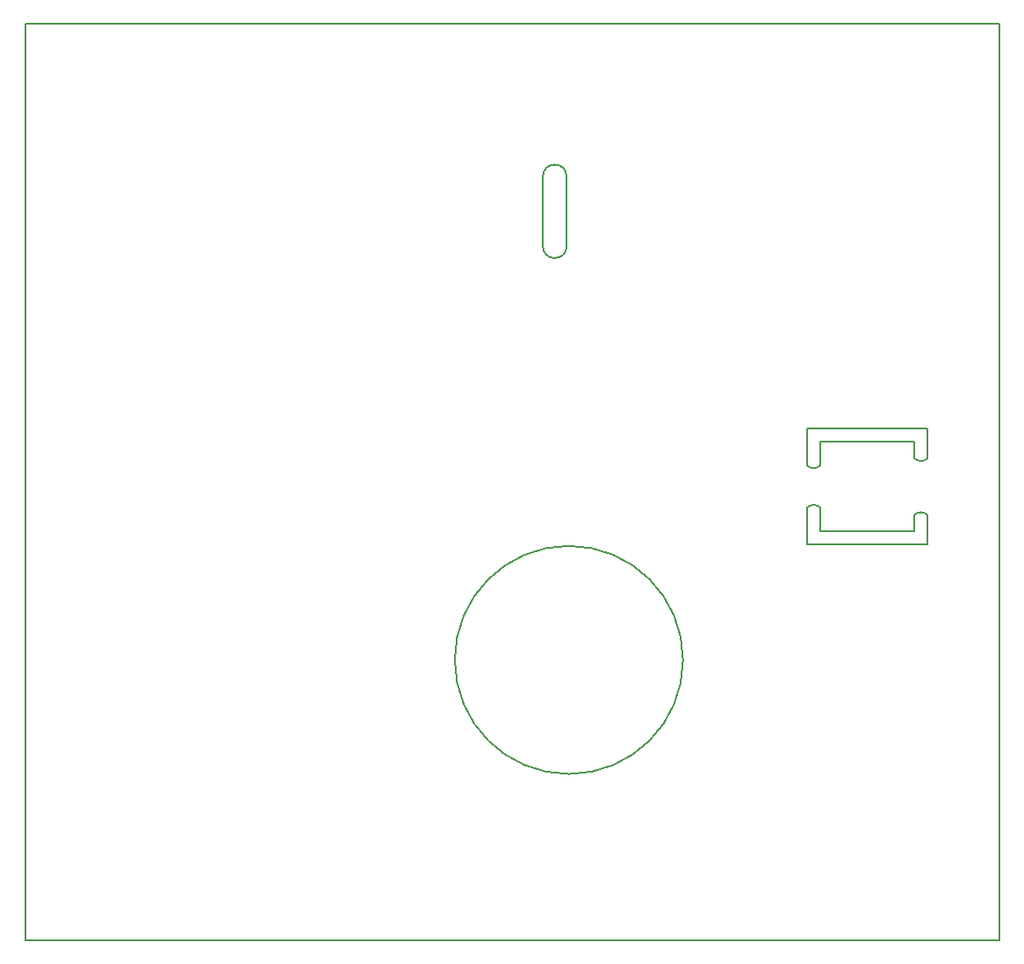
<source format=gm1>
G04 #@! TF.GenerationSoftware,KiCad,Pcbnew,5.1.4-3.fc30*
G04 #@! TF.CreationDate,2019-10-16T23:50:31+02:00*
G04 #@! TF.ProjectId,backplane,6261636b-706c-4616-9e65-2e6b69636164,v2.1-2*
G04 #@! TF.SameCoordinates,Original*
G04 #@! TF.FileFunction,Profile,NP*
%FSLAX46Y46*%
G04 Gerber Fmt 4.6, Leading zero omitted, Abs format (unit mm)*
G04 Created by KiCad (PCBNEW 5.1.4-3.fc30) date 2019-10-16 23:50:31*
%MOMM*%
%LPD*%
G04 APERTURE LIST*
%ADD10C,0.150000*%
G04 APERTURE END LIST*
D10*
X167640000Y-86995000D02*
G75*
G02X165354000Y-86995000I-1143000J0D01*
G01*
X167640000Y-80264000D02*
X167640000Y-86995000D01*
X165354000Y-80264000D02*
G75*
G02X167640000Y-80264000I1143000J0D01*
G01*
X165354000Y-80264000D02*
X165354000Y-86995000D01*
X178862000Y-126890000D02*
G75*
G03X178862000Y-126890000I-11000000J0D01*
G01*
X202438000Y-104578000D02*
X202438000Y-107442000D01*
X201168000Y-105848000D02*
X201168000Y-107442000D01*
X202438000Y-112903000D02*
X202438000Y-115754000D01*
X201168000Y-112903000D02*
X201168000Y-114484000D01*
X190827000Y-108134000D02*
X190827000Y-104578000D01*
X192097000Y-105848000D02*
X192097000Y-108134000D01*
X190827000Y-112198000D02*
X190827000Y-115754000D01*
X192097000Y-114484000D02*
X192097000Y-112198000D01*
X192097000Y-112198000D02*
G75*
G03X190827000Y-112198000I-635000J-635000D01*
G01*
X190827000Y-108134000D02*
G75*
G03X192097000Y-108134000I635000J635000D01*
G01*
X202438000Y-112903000D02*
G75*
G03X201168000Y-112903000I-635000J-635000D01*
G01*
X201168000Y-107442000D02*
G75*
G03X202438000Y-107442000I635000J635000D01*
G01*
X190827000Y-104578000D02*
X202438000Y-104578000D01*
X202438000Y-115754000D02*
X190827000Y-115754000D01*
X201168000Y-114484000D02*
X192097000Y-114484000D01*
X192605000Y-105848000D02*
X192097000Y-105848000D01*
X201168000Y-105848000D02*
X192605000Y-105848000D01*
X209343000Y-153924000D02*
X202438000Y-153924000D01*
X209343000Y-65532000D02*
X209343000Y-153924000D01*
X115443000Y-65532000D02*
X209343000Y-65532000D01*
X115443000Y-153924000D02*
X115443000Y-65532000D01*
X193548000Y-153924000D02*
X115443000Y-153924000D01*
X193548000Y-153924000D02*
X202438000Y-153924000D01*
M02*

</source>
